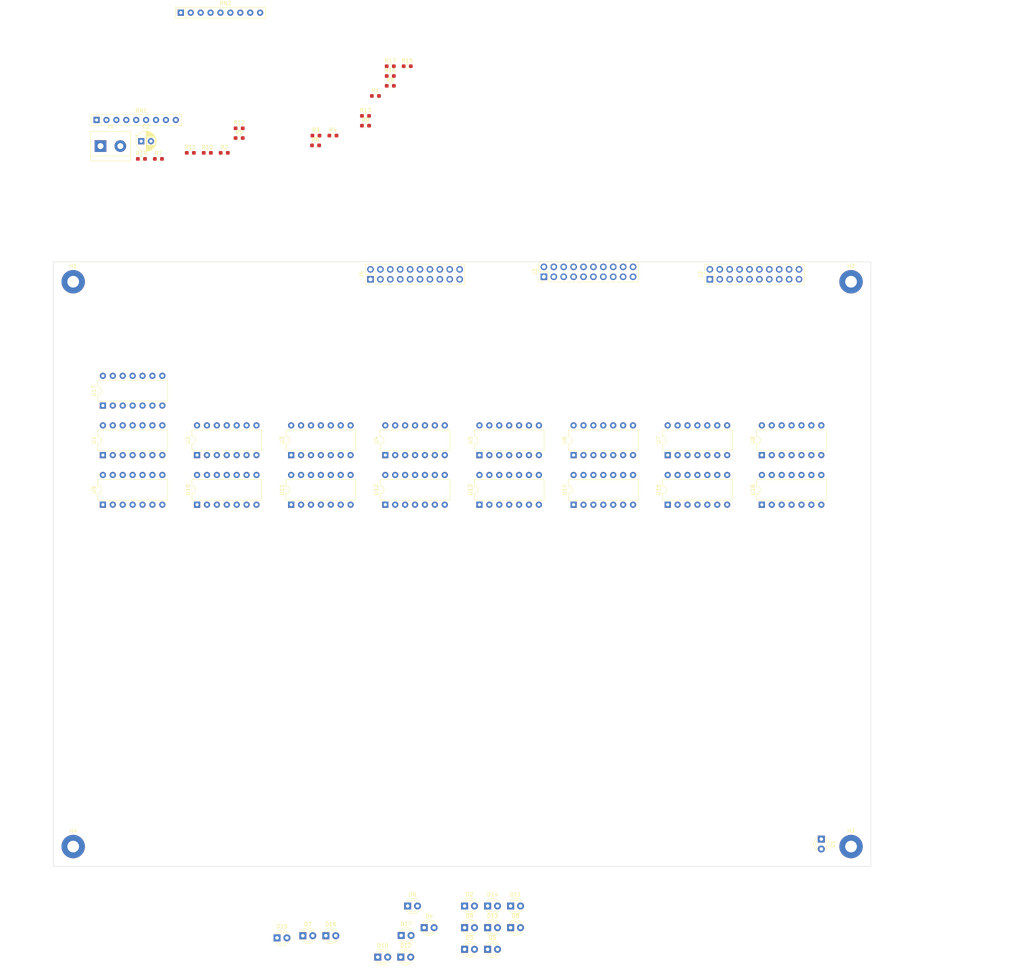
<source format=kicad_pcb>
(kicad_pcb (version 20211014) (generator pcbnew)
  (layers (0 "F.Cu" signal) (31 "B.Cu" signal) (34 "B.Paste" user) (35 "F.Paste" user) (36 "B.SilkS" user "B.Silkscreen") (37 "F.SilkS" user "F.Silkscreen") (38 "B.Mask" user) (39 "F.Mask" user) (44 "Edge.Cuts" user))
  (net 0 "")
  (net 1 "VCC")
  (net 2 "GND")
  (net 3 "Net-(D1-Pad1)")
  (net 4 "/Acc0/Q")
  (net 5 "Net-(D2-Pad1)")
  (net 6 "/Acc1/Q")
  (net 7 "Net-(D3-Pad1)")
  (net 8 "/Acc2/Q")
  (net 9 "Net-(D4-Pad1)")
  (net 10 "/Acc3/Q")
  (net 11 "Net-(D5-Pad1)")
  (net 12 "/Acc4/Q")
  (net 13 "Net-(D6-Pad1)")
  (net 14 "/Acc5/Q")
  (net 15 "Net-(D7-Pad1)")
  (net 16 "/Acc6/Q")
  (net 17 "Net-(D8-Pad1)")
  (net 18 "/Acc7/Q")
  (net 19 "Net-(D9-Pad1)")
  (net 20 "/Acc8/Q")
  (net 21 "Net-(D10-Pad1)")
  (net 22 "/Acc9/Q")
  (net 23 "Net-(D11-Pad1)")
  (net 24 "/Acc10/Q")
  (net 25 "Net-(D12-Pad1)")
  (net 26 "/Acc11/Q")
  (net 27 "Net-(D13-Pad1)")
  (net 28 "/Acc12/Q")
  (net 29 "Net-(D14-Pad1)")
  (net 30 "/Acc13/Q")
  (net 31 "Net-(D15-Pad1)")
  (net 32 "/Acc14/Q")
  (net 33 "Net-(D16-Pad1)")
  (net 34 "/Acc15/Q")
  (net 35 "Net-(D17-Pad1)")
  (net 38 "OUT7")
  (net 39 "OUT6")
  (net 40 "OUT5")
  (net 41 "OUT4")
  (net 42 "OUT3")
  (net 43 "OUT2")
  (net 44 "OUT1")
  (net 45 "OUT0")
  (net 48 "OUT15")
  (net 49 "OUT14")
  (net 50 "OUT13")
  (net 51 "OUT12")
  (net 52 "OUT11")
  (net 53 "OUT10")
  (net 54 "OUT9")
  (net 55 "OUT8")
  (net 56 "phi2")
  (net 60 "AccIN7")
  (net 61 "AccIN15")
  (net 62 "AccIN6")
  (net 63 "AccIN14")
  (net 64 "AccIN5")
  (net 65 "AccIN13")
  (net 66 "AccIN4")
  (net 67 "AccIN12")
  (net 68 "AccIN3")
  (net 69 "AccIN11")
  (net 70 "AccIN2")
  (net 71 "AccIN10")
  (net 72 "AccIN1")
  (net 73 "AccIN9")
  (net 74 "AccIN0")
  (net 75 "AccIN8")
  (net 76 "/Acc1/Gate")
  (net 77 "Net-(U1-Pad12)")
  (net 78 "Net-(U1-Pad6)")
  (net 79 "Net-(U1-Pad13)")
  (net 80 "Net-(U2-Pad12)")
  (net 81 "Net-(U2-Pad6)")
  (net 82 "Net-(U2-Pad13)")
  (net 83 "Net-(U3-Pad12)")
  (net 84 "Net-(U3-Pad6)")
  (net 85 "Net-(U3-Pad13)")
  (net 86 "Net-(U4-Pad12)")
  (net 87 "Net-(U4-Pad6)")
  (net 88 "Net-(U4-Pad13)")
  (net 89 "Net-(U5-Pad12)")
  (net 90 "Net-(U5-Pad6)")
  (net 91 "Net-(U5-Pad13)")
  (net 92 "Net-(U6-Pad12)")
  (net 93 "Net-(U6-Pad6)")
  (net 94 "Net-(U6-Pad13)")
  (net 95 "Net-(U7-Pad12)")
  (net 96 "Net-(U7-Pad6)")
  (net 97 "Net-(U7-Pad13)")
  (net 98 "Net-(U8-Pad12)")
  (net 99 "Net-(U8-Pad6)")
  (net 100 "Net-(U8-Pad13)")
  (net 101 "/Acc0/Gate")
  (net 102 "Net-(U9-Pad12)")
  (net 103 "Net-(U9-Pad6)")
  (net 104 "Net-(U9-Pad13)")
  (net 105 "Net-(U10-Pad12)")
  (net 106 "Net-(U10-Pad6)")
  (net 107 "Net-(U10-Pad13)")
  (net 108 "Net-(U11-Pad12)")
  (net 109 "Net-(U11-Pad6)")
  (net 110 "Net-(U11-Pad13)")
  (net 111 "Net-(U12-Pad12)")
  (net 112 "Net-(U12-Pad6)")
  (net 113 "Net-(U12-Pad13)")
  (net 114 "Net-(U13-Pad12)")
  (net 115 "Net-(U13-Pad6)")
  (net 116 "Net-(U13-Pad13)")
  (net 117 "Net-(U14-Pad12)")
  (net 118 "Net-(U14-Pad6)")
  (net 119 "Net-(U14-Pad13)")
  (net 120 "Net-(U15-Pad12)")
  (net 121 "Net-(U15-Pad6)")
  (net 122 "Net-(U15-Pad13)")
  (net 123 "Net-(U16-Pad12)")
  (net 124 "Net-(U16-Pad6)")
  (net 125 "Net-(U16-Pad13)")
  (net 126 "Net-(U17-Pad10)")
  (footprint "Package_DIP:DIP-14_W7.62mm" (layer "F.Cu") (at 227.325 81.905 90)
    (fp_text reference "U8" (at 3.81 -2.33 90) (layer "F.SilkS"))
    (fp_text value "CD74HC00")
    (pad "1" thru_hole rect (at 0 0 90) (size 1.6 1.6) (drill 0.8) (layers *.Cu *.Mask) (net 72 "AccIN1"))
    (pad "2" thru_hole oval (at 0 2.54 90) (size 1.6 1.6) (drill 0.8) (layers *.Cu *.Mask) (net 76 "/Acc1/Gate"))
    (pad "3" thru_hole oval (at 0 5.08 90) (size 1.6 1.6) (drill 0.8) (layers *.Cu *.Mask) (net 98 "Net-(U8-Pad12)"))
    (pad "4" thru_hole oval (at 0 7.62 90) (size 1.6 1.6) (drill 0.8) (layers *.Cu *.Mask) (net 98 "Net-(U8-Pad12)"))
    (pad "5" thru_hole oval (at 0 10.16 90) (size 1.6 1.6) (drill 0.8) (layers *.Cu *.Mask) (net 76 "/Acc1/Gate"))
    (pad "6" thru_hole oval (at 0 12.7 90) (size 1.6 1.6) (drill 0.8) (layers *.Cu *.Mask) (net 99 "Net-(U8-Pad6)"))
    (pad "7" thru_hole oval (at 0 15.24 90) (size 1.6 1.6) (drill 0.8) (layers *.Cu *.Mask) (net 2 "GND"))
    (pad "8" thru_hole oval (at 7.62 15.24 90) (size 1.6 1.6) (drill 0.8) (layers *.Cu *.Mask) (net 100 "Net-(U8-Pad13)"))
    (pad "9" thru_hole oval (at 7.62 12.7 90) (size 1.6 1.6) (drill 0.8) (layers *.Cu *.Mask) (net 99 "Net-(U8-Pad6)"))
    (pad "10" thru_hole oval (at 7.62 10.16 90) (size 1.6 1.6) (drill 0.8) (layers *.Cu *.Mask) (net 6 "/Acc1/Q"))
    (pad "11" thru_hole oval (at 7.62 7.62 90) (size 1.6 1.6) (drill 0.8) (layers *.Cu *.Mask) (net 6 "/Acc1/Q"))
    (pad "12" thru_hole oval (at 7.62 5.08 90) (size 1.6 1.6) (drill 0.8) (layers *.Cu *.Mask) (net 98 "Net-(U8-Pad12)"))
    (pad "13" thru_hole oval (at 7.62 2.54 90) (size 1.6 1.6) (drill 0.8) (layers *.Cu *.Mask) (net 100 "Net-(U8-Pad13)"))
    (pad "14" thru_hole oval (at 7.62 0 90) (size 1.6 1.6) (drill 0.8) (layers *.Cu *.Mask) (net 1 "VCC"))
  )
  (footprint "Resistor_SMD:R_0603_1608Metric_Pad0.98x0.95mm_HandSolder" (layer "F.Cu") (at 112.93 2.51)
    (fp_text reference "R6" (at 0 -1.43) (layer "F.SilkS"))
    (fp_text value "R")
    (pad "1" smd roundrect (at -0.9125 0) (size 0.975 0.95) (layers "F.Cu" "F.Paste" "F.Mask") (net 14 "/Acc5/Q"))
    (pad "2" smd roundrect (at 0.9125 0) (size 0.975 0.95) (layers "F.Cu" "F.Paste" "F.Mask") (net 40 "OUT5"))
  )
  (footprint "Package_DIP:DIP-14_W7.62mm" (layer "F.Cu") (at 203.195 81.905 90)
    (fp_text reference "U7" (at 3.81 -2.33 90) (layer "F.SilkS"))
    (fp_text value "CD74HC00")
    (pad "1" thru_hole rect (at 0 0 90) (size 1.6 1.6) (drill 0.8) (layers *.Cu *.Mask) (net 68 "AccIN3"))
    (pad "2" thru_hole oval (at 0 2.54 90) (size 1.6 1.6) (drill 0.8) (layers *.Cu *.Mask) (net 76 "/Acc1/Gate"))
    (pad "3" thru_hole oval (at 0 5.08 90) (size 1.6 1.6) (drill 0.8) (layers *.Cu *.Mask) (net 95 "Net-(U7-Pad12)"))
    (pad "4" thru_hole oval (at 0 7.62 90) (size 1.6 1.6) (drill 0.8) (layers *.Cu *.Mask) (net 95 "Net-(U7-Pad12)"))
    (pad "5" thru_hole oval (at 0 10.16 90) (size 1.6 1.6) (drill 0.8) (layers *.Cu *.Mask) (net 76 "/Acc1/Gate"))
    (pad "6" thru_hole oval (at 0 12.7 90) (size 1.6 1.6) (drill 0.8) (layers *.Cu *.Mask) (net 96 "Net-(U7-Pad6)"))
    (pad "7" thru_hole oval (at 0 15.24 90) (size 1.6 1.6) (drill 0.8) (layers *.Cu *.Mask) (net 2 "GND"))
    (pad "8" thru_hole oval (at 7.62 15.24 90) (size 1.6 1.6) (drill 0.8) (layers *.Cu *.Mask) (net 97 "Net-(U7-Pad13)"))
    (pad "9" thru_hole oval (at 7.62 12.7 90) (size 1.6 1.6) (drill 0.8) (layers *.Cu *.Mask) (net 96 "Net-(U7-Pad6)"))
    (pad "10" thru_hole oval (at 7.62 10.16 90) (size 1.6 1.6) (drill 0.8) (layers *.Cu *.Mask) (net 10 "/Acc3/Q"))
    (pad "11" thru_hole oval (at 7.62 7.62 90) (size 1.6 1.6) (drill 0.8) (layers *.Cu *.Mask) (net 10 "/Acc3/Q"))
    (pad "12" thru_hole oval (at 7.62 5.08 90) (size 1.6 1.6) (drill 0.8) (layers *.Cu *.Mask) (net 95 "Net-(U7-Pad12)"))
    (pad "13" thru_hole oval (at 7.62 2.54 90) (size 1.6 1.6) (drill 0.8) (layers *.Cu *.Mask) (net 97 "Net-(U7-Pad13)"))
    (pad "14" thru_hole oval (at 7.62 0 90) (size 1.6 1.6) (drill 0.8) (layers *.Cu *.Mask) (net 1 "VCC"))
  )
  (footprint "Connector_PinHeader_2.54mm:PinHeader_2x10_P2.54mm_Vertical" (layer "F.Cu") (at 214 36.835 90)
    (fp_text reference "J2" (at 1.27 -2.33 90) (layer "F.SilkS"))
    (fp_text value "Conn_02x10_Counter_Clockwise")
    (pad "1" thru_hole rect (at 0 0 90) (size 1.7 1.7) (drill 1) (layers *.Cu *.Mask))
    (pad "2" thru_hole oval (at 2.54 0 90) (size 1.7 1.7) (drill 1) (layers *.Cu *.Mask) (net 2 "GND"))
    (pad "3" thru_hole oval (at 0 2.54 90) (size 1.7 1.7) (drill 1) (layers *.Cu *.Mask))
    (pad "4" thru_hole oval (at 2.54 2.54 90) (size 1.7 1.7) (drill 1) (layers *.Cu *.Mask) (net 2 "GND"))
    (pad "5" thru_hole oval (at 0 5.08 90) (size 1.7 1.7) (drill 1) (layers *.Cu *.Mask) (net 38 "OUT7"))
    (pad "6" thru_hole oval (at 2.54 5.08 90) (size 1.7 1.7) (drill 1) (layers *.Cu *.Mask) (net 2 "GND"))
    (pad "7" thru_hole oval (at 0 7.62 90) (size 1.7 1.7) (drill 1) (layers *.Cu *.Mask) (net 39 "OUT6"))
    (pad "8" thru_hole oval (at 2.54 7.62 90) (size 1.7 1.7) (drill 1) (layers *.Cu *.Mask) (net 2 "GND"))
    (pad "9" thru_hole oval (at 0 10.16 90) (size 1.7 1.7) (drill 1) (layers *.Cu *.Mask) (net 40 "OUT5"))
    (pad "10" thru_hole oval (at 2.54 10.16 90) (size 1.7 1.7) (drill 1) (layers *.Cu *.Mask) (net 2 "GND"))
    (pad "11" thru_hole oval (at 0 12.7 90) (size 1.7 1.7) (drill 1) (layers *.Cu *.Mask) (net 41 "OUT4"))
    (pad "12" thru_hole oval (at 2.54 12.7 90) (size 1.7 1.7) (drill 1) (layers *.Cu *.Mask) (net 2 "GND"))
    (pad "13" thru_hole oval (at 0 15.24 90) (size 1.7 1.7) (drill 1) (layers *.Cu *.Mask) (net 42 "OUT3"))
    (pad "14" thru_hole oval (at 2.54 15.24 90) (size 1.7 1.7) (drill 1) (layers *.Cu *.Mask) (net 2 "GND"))
    (pad "15" thru_hole oval (at 0 17.78 90) (size 1.7 1.7) (drill 1) (layers *.Cu *.Mask) (net 43 "OUT2"))
    (pad "16" thru_hole oval (at 2.54 17.78 90) (size 1.7 1.7) (drill 1) (layers *.Cu *.Mask) (net 2 "GND"))
    (pad "17" thru_hole oval (at 0 20.32 90) (size 1.7 1.7) (drill 1) (layers *.Cu *.Mask) (net 44 "OUT1"))
    (pad "18" thru_hole oval (at 2.54 20.32 90) (size 1.7 1.7) (drill 1) (layers *.Cu *.Mask) (net 2 "GND"))
    (pad "19" thru_hole oval (at 0 22.86 90) (size 1.7 1.7) (drill 1) (layers *.Cu *.Mask) (net 45 "OUT0"))
    (pad "20" thru_hole oval (at 2.54 22.86 90) (size 1.7 1.7) (drill 1) (layers *.Cu *.Mask) (net 2 "GND"))
  )
  (footprint "LED_THT:LED_D3.0mm" (layer "F.Cu") (at 134.875 205.035)
    (fp_text reference "D17" (at 1.27 -2.96) (layer "F.SilkS"))
    (fp_text value "LED")
    (pad "1" thru_hole rect (at 0 0) (size 1.8 1.8) (drill 0.9) (layers *.Cu *.Mask) (net 35 "Net-(D17-Pad1)"))
    (pad "2" thru_hole circle (at 2.54 0) (size 1.8 1.8) (drill 0.9) (layers *.Cu *.Mask) (net 1 "VCC"))
  )
  (footprint "LED_THT:LED_D3.0mm" (layer "F.Cu") (at 109.67 205.105)
    (fp_text reference "D7" (at 1.27 -2.96) (layer "F.SilkS"))
    (fp_text value "LED")
    (pad "1" thru_hole rect (at 0 0) (size 1.8 1.8) (drill 0.9) (layers *.Cu *.Mask) (net 15 "Net-(D7-Pad1)"))
    (pad "2" thru_hole circle (at 2.54 0) (size 1.8 1.8) (drill 0.9) (layers *.Cu *.Mask) (net 16 "/Acc6/Q"))
  )
  (footprint "Package_DIP:DIP-14_W7.62mm" (layer "F.Cu") (at 58.415 94.615 90)
    (fp_text reference "U9" (at 3.81 -2.33 90) (layer "F.SilkS"))
    (fp_text value "CD74HC00")
    (pad "1" thru_hole rect (at 0 0 90) (size 1.6 1.6) (drill 0.8) (layers *.Cu *.Mask) (net 63 "AccIN14"))
    (pad "2" thru_hole oval (at 0 2.54 90) (size 1.6 1.6) (drill 0.8) (layers *.Cu *.Mask) (net 101 "/Acc0/Gate"))
    (pad "3" thru_hole oval (at 0 5.08 90) (size 1.6 1.6) (drill 0.8) (layers *.Cu *.Mask) (net 102 "Net-(U9-Pad12)"))
    (pad "4" thru_hole oval (at 0 7.62 90) (size 1.6 1.6) (drill 0.8) (layers *.Cu *.Mask) (net 102 "Net-(U9-Pad12)"))
    (pad "5" thru_hole oval (at 0 10.16 90) (size 1.6 1.6) (drill 0.8) (layers *.Cu *.Mask) (net 101 "/Acc0/Gate"))
    (pad "6" thru_hole oval (at 0 12.7 90) (size 1.6 1.6) (drill 0.8) (layers *.Cu *.Mask) (net 103 "Net-(U9-Pad6)"))
    (pad "7" thru_hole oval (at 0 15.24 90) (size 1.6 1.6) (drill 0.8) (layers *.Cu *.Mask) (net 2 "GND"))
    (pad "8" thru_hole oval (at 7.62 15.24 90) (size 1.6 1.6) (drill 0.8) (layers *.Cu *.Mask) (net 104 "Net-(U9-Pad13)"))
    (pad "9" thru_hole oval (at 7.62 12.7 90) (size 1.6 1.6) (drill 0.8) (layers *.Cu *.Mask) (net 103 "Net-(U9-Pad6)"))
    (pad "10" thru_hole oval (at 7.62 10.16 90) (size 1.6 1.6) (drill 0.8) (layers *.Cu *.Mask) (net 32 "/Acc14/Q"))
    (pad "11" thru_hole oval (at 7.62 7.62 90) (size 1.6 1.6) (drill 0.8) (layers *.Cu *.Mask) (net 32 "/Acc14/Q"))
    (pad "12" thru_hole oval (at 7.62 5.08 90) (size 1.6 1.6) (drill 0.8) (layers *.Cu *.Mask) (net 102 "Net-(U9-Pad12)"))
    (pad "13" thru_hole oval (at 7.62 2.54 90) (size 1.6 1.6) (drill 0.8) (layers *.Cu *.Mask) (net 104 "Net-(U9-Pad13)"))
    (pad "14" thru_hole oval (at 7.62 0 90) (size 1.6 1.6) (drill 0.8) (layers *.Cu *.Mask) (net 1 "VCC"))
  )
  (footprint "Resistor_SMD:R_0603_1608Metric_Pad0.98x0.95mm_HandSolder" (layer "F.Cu") (at 113.03 0)
    (fp_text reference "R3" (at 0 -1.43) (layer "F.SilkS"))
    (fp_text value "R")
    (pad "1" smd roundrect (at -0.9125 0) (size 0.975 0.95) (layers "F.Cu" "F.Paste" "F.Mask") (net 8 "/Acc2/Q"))
    (pad "2" smd roundrect (at 0.9125 0) (size 0.975 0.95) (layers "F.Cu" "F.Paste" "F.Mask") (net 43 "OUT2"))
  )
  (footprint "Package_DIP:DIP-14_W7.62mm" (layer "F.Cu") (at 130.805 94.615 90)
    (fp_text reference "U12" (at 3.81 -2.33 90) (layer "F.SilkS"))
    (fp_text value "CD74HC00")
    (pad "1" thru_hole rect (at 0 0 90) (size 1.6 1.6) (drill 0.8) (layers *.Cu *.Mask) (net 75 "AccIN8"))
    (pad "2" thru_hole oval (at 0 2.54 90) (size 1.6 1.6) (drill 0.8) (layers *.Cu *.Mask) (net 101 "/Acc0/Gate"))
    (pad "3" thru_hole oval (at 0 5.08 90) (size 1.6 1.6) (drill 0.8) (layers *.Cu *.Mask) (net 111 "Net-(U12-Pad12)"))
    (pad "4" thru_hole oval (at 0 7.62 90) (size 1.6 1.6) (drill 0.8) (layers *.Cu *.Mask) (net 111 "Net-(U12-Pad12)"))
    (pad "5" thru_hole oval (at 0 10.16 90) (size 1.6 1.6) (drill 0.8) (layers *.Cu *.Mask) (net 101 "/Acc0/Gate"))
    (pad "6" thru_hole oval (at 0 12.7 90) (size 1.6 1.6) (drill 0.8) (layers *.Cu *.Mask) (net 112 "Net-(U12-Pad6)"))
    (pad "7" thru_hole oval (at 0 15.24 90) (size 1.6 1.6) (drill 0.8) (layers *.Cu *.Mask) (net 2 "GND"))
    (pad "8" thru_hole oval (at 7.62 15.24 90) (size 1.6 1.6) (drill 0.8) (layers *.Cu *.Mask) (net 113 "Net-(U12-Pad13)"))
    (pad "9" thru_hole oval (at 7.62 12.7 90) (size 1.6 1.6) (drill 0.8) (layers *.Cu *.Mask) (net 112 "Net-(U12-Pad6)"))
    (pad "10" thru_hole oval (at 7.62 10.16 90) (size 1.6 1.6) (drill 0.8) (layers *.Cu *.Mask) (net 20 "/Acc8/Q"))
    (pad "11" thru_hole oval (at 7.62 7.62 90) (size 1.6 1.6) (drill 0.8) (layers *.Cu *.Mask) (net 20 "/Acc8/Q"))
    (pad "12" thru_hole oval (at 7.62 5.08 90) (size 1.6 1.6) (drill 0.8) (layers *.Cu *.Mask) (net 111 "Net-(U12-Pad12)"))
    (pad "13" thru_hole oval (at 7.62 2.54 90) (size 1.6 1.6) (drill 0.8) (layers *.Cu *.Mask) (net 113 "Net-(U12-Pad13)"))
    (pad "14" thru_hole oval (at 7.62 0 90) (size 1.6 1.6) (drill 0.8) (layers *.Cu *.Mask) (net 1 "VCC"))
  )
  (footprint "LED_THT:LED_D3.0mm" (layer "F.Cu") (at 128.875 210.585)
    (fp_text reference "D10" (at 1.27 -2.96) (layer "F.SilkS"))
    (fp_text value "LED")
    (pad "1" thru_hole rect (at 0 0) (size 1.8 1.8) (drill 0.9) (layers *.Cu *.Mask) (net 21 "Net-(D10-Pad1)"))
    (pad "2" thru_hole circle (at 2.54 0) (size 1.8 1.8) (drill 0.9) (layers *.Cu *.Mask) (net 22 "/Acc9/Q"))
  )
  (footprint "Resistor_SMD:R_0603_1608Metric_Pad0.98x0.95mm_HandSolder" (layer "F.Cu") (at 68.295 5.975)
    (fp_text reference "R14" (at 0 -1.43) (layer "F.SilkS"))
    (fp_text value "R")
    (pad "1" smd roundrect (at -0.9125 0) (size 0.975 0.95) (layers "F.Cu" "F.Paste" "F.Mask") (net 30 "/Acc13/Q"))
    (pad "2" smd roundrect (at 0.9125 0) (size 0.975 0.95) (layers "F.Cu" "F.Paste" "F.Mask") (net 50 "OUT13"))
  )
  (footprint "Resistor_SMD:R_0603_1608Metric_Pad0.98x0.95mm_HandSolder" (layer "F.Cu") (at 132.08 -17.78)
    (fp_text reference "R17" (at 0 -1.43) (layer "F.SilkS"))
    (fp_text value "R")
    (pad "1" smd roundrect (at -0.9125 0) (size 0.975 0.95) (layers "F.Cu" "F.Paste" "F.Mask") (net 35 "Net-(D17-Pad1)"))
    (pad "2" smd roundrect (at 0.9125 0) (size 0.975 0.95) (layers "F.Cu" "F.Paste" "F.Mask") (net 2 "GND"))
  )
  (footprint "LED_THT:LED_D3.0mm" (layer "F.Cu") (at 162.93 203.035)
    (fp_text reference "D8" (at 1.27 -2.96) (layer "F.SilkS"))
    (fp_text value "LED")
    (pad "1" thru_hole rect (at 0 0) (size 1.8 1.8) (drill 0.9) (layers *.Cu *.Mask) (net 17 "Net-(D8-Pad1)"))
    (pad "2" thru_hole circle (at 2.54 0) (size 1.8 1.8) (drill 0.9) (layers *.Cu *.Mask) (net 18 "/Acc7/Q"))
  )
  (footprint "LED_THT:LED_D3.0mm" (layer "F.Cu") (at 151.13 208.585)
    (fp_text reference "D3" (at 1.27 -2.96) (layer "F.SilkS"))
    (fp_text value "LED")
    (pad "1" thru_hole rect (at 0 0) (size 1.8 1.8) (drill 0.9) (layers *.Cu *.Mask) (net 7 "Net-(D3-Pad1)"))
    (pad "2" thru_hole circle (at 2.54 0) (size 1.8 1.8) (drill 0.9) (layers *.Cu *.Mask) (net 8 "/Acc2/Q"))
  )
  (footprint "MountingHole:MountingHole_3mm_Pad" (layer "F.Cu") (at 250.19 37.465)
    (fp_text reference "H2" (at 0 -4) (layer "F.SilkS"))
    (fp_text value "MountingHole_Pad")
    (pad "1" thru_hole circle (at 0 0) (size 6 6) (drill 3) (layers *.Cu *.Mask) (net 2 "GND"))
  )
  (footprint "LED_THT:LED_D3.0mm" (layer "F.Cu") (at 157.03 208.585)
    (fp_text reference "D5" (at 1.27 -2.96) (layer "F.SilkS"))
    (fp_text value "LED")
    (pad "1" thru_hole rect (at 0 0) (size 1.8 1.8) (drill 0.9) (layers *.Cu *.Mask) (net 11 "Net-(D5-Pad1)"))
    (pad "2" thru_hole circle (at 2.54 0) (size 1.8 1.8) (drill 0.9) (layers *.Cu *.Mask) (net 12 "/Acc4/Q"))
  )
  (footprint "LED_THT:LED_D3.0mm" (layer "F.Cu") (at 103.05 205.655)
    (fp_text reference "D15" (at 1.27 -2.96) (layer "F.SilkS"))
    (fp_text value "LED")
    (pad "1" thru_hole rect (at 0 0) (size 1.8 1.8) (drill 0.9) (layers *.Cu *.Mask) (net 31 "Net-(D15-Pad1)"))
    (pad "2" thru_hole circle (at 2.54 0) (size 1.8 1.8) (drill 0.9) (layers *.Cu *.Mask) (net 32 "/Acc14/Q"))
  )
  (footprint "LED_THT:LED_D3.0mm" (layer "F.Cu") (at 151.13 197.485)
    (fp_text reference "D2" (at 1.27 -2.96) (layer "F.SilkS"))
    (fp_text value "LED")
    (pad "1" thru_hole rect (at 0 0) (size 1.8 1.8) (drill 0.9) (layers *.Cu *.Mask) (net 5 "Net-(D2-Pad1)"))
    (pad "2" thru_hole circle (at 2.54 0) (size 1.8 1.8) (drill 0.9) (layers *.Cu *.Mask) (net 6 "/Acc1/Q"))
  )
  (footprint "Resistor_SMD:R_0603_1608Metric_Pad0.98x0.95mm_HandSolder" (layer "F.Cu") (at 125.73 -2.54)
    (fp_text reference "R9" (at 0 -1.43) (layer "F.SilkS"))
    (fp_text value "R")
    (pad "1" smd roundrect (at -0.9125 0) (size 0.975 0.95) (layers "F.Cu" "F.Paste" "F.Mask") (net 20 "/Acc8/Q"))
    (pad "2" smd roundrect (at 0.9125 0) (size 0.975 0.95) (layers "F.Cu" "F.Paste" "F.Mask") (net 55 "OUT8"))
  )
  (footprint "LED_THT:LED_D3.0mm" (layer "F.Cu") (at 134.775 210.585)
    (fp_text reference "D12" (at 1.27 -2.96) (layer "F.SilkS"))
    (fp_text value "LED")
    (pad "1" thru_hole rect (at 0 0) (size 1.8 1.8) (drill 0.9) (layers *.Cu *.Mask) (net 25 "Net-(D12-Pad1)"))
    (pad "2" thru_hole circle (at 2.54 0) (size 1.8 1.8) (drill 0.9) (layers *.Cu *.Mask) (net 26 "/Acc11/Q"))
  )
  (footprint "Package_DIP:DIP-14_W7.62mm" (layer "F.Cu") (at 227.33 94.625 90)
    (fp_text reference "U16" (at 3.81 -2.33 90) (layer "F.SilkS"))
    (fp_text value "CD74HC00")
    (pad "1" thru_hole rect (at 0 0 90) (size 1.6 1.6) (drill 0.8) (layers *.Cu *.Mask) (net 74 "AccIN0"))
    (pad "2" thru_hole oval (at 0 2.54 90) (size 1.6 1.6) (drill 0.8) (layers *.Cu *.Mask) (net 101 "/Acc0/Gate"))
    (pad "3" thru_hole oval (at 0 5.08 90) (size 1.6 1.6) (drill 0.8) (layers *.Cu *.Mask) (net 123 "Net-(U16-Pad12)"))
    (pad "4" thru_hole oval (at 0 7.62 90) (size 1.6 1.6) (drill 0.8) (layers *.Cu *.Mask) (net 123 "Net-(U16-Pad12)"))
    (pad "5" thru_hole oval (at 0 10.16 90) (size 1.6 1.6) (drill 0.8) (layers *.Cu *.Mask) (net 101 "/Acc0/Gate"))
    (pad "6" thru_hole oval (at 0 12.7 90) (size 1.6 1.6) (drill 0.8) (layers *.Cu *.Mask) (net 124 "Net-(U16-Pad6)"))
    (pad "7" thru_hole oval (at 0 15.24 90) (size 1.6 1.6) (drill 0.8) (layers *.Cu *.Mask) (net 2 "GND"))
    (pad "8" thru_hole oval (at 7.62 15.24 90) (size 1.6 1.6) (drill 0.8) (layers *.Cu *.Mask) (net 125 "Net-(U16-Pad13)"))
    (pad "9" thru_hole oval (at 7.62 12.7 90) (size 1.6 1.6) (drill 0.8) (layers *.Cu *.Mask) (net 124 "Net-(U16-Pad6)"))
    (pad "10" thru_hole oval (at 7.62 10.16 90) (size 1.6 1.6) (drill 0.8) (layers *.Cu *.Mask) (net 4 "/Acc0/Q"))
    (pad "11" thru_hole oval (at 7.62 7.62 90) (size 1.6 1.6) (drill 0.8) (layers *.Cu *.Mask) (net 4 "/Acc0/Q"))
    (pad "12" thru_hole oval (at 7.62 5.08 90) (size 1.6 1.6) (drill 0.8) (layers *.Cu *.Mask) (net 123 "Net-(U16-Pad12)"))
    (pad "13" thru_hole oval (at 7.62 2.54 90) (size 1.6 1.6) (drill 0.8) (layers *.Cu *.Mask) (net 125 "Net-(U16-Pad13)"))
    (pad "14" thru_hole oval (at 7.62 0 90) (size 1.6 1.6) (drill 0.8) (layers *.Cu *.Mask) (net 1 "VCC"))
  )
  (footprint "Resistor_SMD:R_0603_1608Metric_Pad0.98x0.95mm_HandSolder" (layer "F.Cu") (at 89.525 4.425)
    (fp_text reference "R2" (at 0 -1.43) (layer "F.SilkS"))
    (fp_text value "R")
    (pad "1" smd roundrect (at -0.9125 0) (size 0.975 0.95) (layers "F.Cu" "F.Paste" "F.Mask") (net 6 "/Acc1/Q"))
    (pad "2" smd roundrect (at 0.9125 0) (size 0.975 0.95) (layers "F.Cu" "F.Paste" "F.Mask") (net 44 "OUT1"))
  )
  (footprint "Package_DIP:DIP-14_W7.62mm" (layer "F.Cu") (at 106.675 94.615 90)
    (fp_text reference "U11" (at 3.81 -2.33 90) (layer "F.SilkS"))
    (fp_text value "CD74HC00")
    (pad "1" thru_hole rect (at 0 0 90) (size 1.6 1.6) (drill 0.8) (layers *.Cu *.Mask) (net 71 "AccIN10"))
    (pad "2" thru_hole oval (at 0 2.54 90) (size 1.6 1.6) (drill 0.8) (layers *.Cu *.Mask) (net 101 "/Acc0/Gate"))
    (pad "3" thru_hole oval (at 0 5.08 90) (size 1.6 1.6) (drill 0.8) (layers *.Cu *.Mask) (net 108 "Net-(U11-Pad12)"))
    (pad "4" thru_hole oval (at 0 7.62 90) (size 1.6 1.6) (drill 0.8) (layers *.Cu *.Mask) (net 108 "Net-(U11-Pad12)"))
    (pad "5" thru_hole oval (at 0 10.16 90) (size 1.6 1.6) (drill 0.8) (layers *.Cu *.Mask) (net 101 "/Acc0/Gate"))
    (pad "6" thru_hole oval (at 0 12.7 90) (size 1.6 1.6) (drill 0.8) (layers *.Cu *.Mask) (net 109 "Net-(U11-Pad6)"))
    (pad "7" thru_hole oval (at 0 15.24 90) (size 1.6 1.6) (drill 0.8) (layers *.Cu *.Mask) (net 2 "GND"))
    (pad "8" thru_hole oval (at 7.62 15.24 90) (size 1.6 1.6) (drill 0.8) (layers *.Cu *.Mask) (net 110 "Net-(U11-Pad13)"))
    (pad "9" thru_hole oval (at 7.62 12.7 90) (size 1.6 1.6) (drill 0.8) (layers *.Cu *.Mask) (net 109 "Net-(U11-Pad6)"))
    (pad "10" thru_hole oval (at 7.62 10.16 90) (size 1.6 1.6) (drill 0.8) (layers *.Cu *.Mask) (net 24 "/Acc10/Q"))
    (pad "11" thru_hole oval (at 7.62 7.62 90) (size 1.6 1.6) (drill 0.8) (layers *.Cu *.Mask) (net 24 "/Acc10/Q"))
    (pad "12" thru_hole oval (at 7.62 5.08 90) (size 1.6 1.6) (drill 0.8) (layers *.Cu *.Mask) (net 108 "Net-(U11-Pad12)"))
    (pad "13" thru_hole oval (at 7.62 2.54 90) (size 1.6 1.6) (drill 0.8) (layers *.Cu *.Mask) (net 110 "Net-(U11-Pad13)"))
    (pad "14" thru_hole oval (at 7.62 0 90) (size 1.6 1.6) (drill 0.8) (layers *.Cu *.Mask) (net 1 "VCC"))
  )
  (footprint "Resistor_SMD:R_0603_1608Metric_Pad0.98x0.95mm_HandSolder" (layer "F.Cu") (at 93.345 -1.875)
    (fp_text reference "R12" (at 0 -1.43) (layer "F.SilkS"))
    (fp_text value "R")
    (pad "1" smd roundrect (at -0.9125 0) (size 0.975 0.95) (layers "F.Cu" "F.Paste" "F.Mask") (net 26 "/Acc11/Q"))
    (pad "2" smd roundrect (at 0.9125 0) (size 0.975 0.95) (layers "F.Cu" "F.Paste" "F.Mask") (net 52 "OUT11"))
  )
  (footprint "Capacitor_THT:CP_Radial_D5.0mm_P2.50mm" (layer "F.Cu") (at 68.234775 1.445)
    (fp_text reference "C1" (at 1.25 -3.75) (layer "F.SilkS"))
    (fp_text value "C_Polarized")
    (pad "1" thru_hole rect (at 0 0) (size 1.6 1.6) (drill 0.8) (layers *.Cu *.Mask) (net 1 "VCC"))
    (pad "2" thru_hole circle (at 2.5 0) (size 1.6 1.6) (drill 0.8) (layers *.Cu *.Mask) (net 2 "GND"))
  )
  (footprint "Package_DIP:DIP-14_W7.62mm" (layer "F.Cu") (at 179.07 94.625 90)
    (fp_text reference "U14" (at 3.81 -2.33 90) (layer "F.SilkS"))
    (fp_text value "CD74HC00")
    (pad "1" thru_hole rect (at 0 0 90) (size 1.6 1.6) (drill 0.8) (layers *.Cu *.Mask) (net 66 "AccIN4"))
    (pad "2" thru_hole oval (at 0 2.54 90) (size 1.6 1.6) (drill 0.8) (layers *.Cu *.Mask) (net 101 "/Acc0/Gate"))
    (pad "3" thru_hole oval (at 0 5.08 90) (size 1.6 1.6) (drill 0.8) (layers *.Cu *.Mask) (net 117 "Net-(U14-Pad12)"))
    (pad "4" thru_hole oval (at 0 7.62 90) (size 1.6 1.6) (drill 0.8) (layers *.Cu *.Mask) (net 117 "Net-(U14-Pad12)"))
    (pad "5" thru_hole oval (at 0 10.16 90) (size 1.6 1.6) (drill 0.8) (layers *.Cu *.Mask) (net 101 "/Acc0/Gate"))
    (pad "6" thru_hole oval (at 0 12.7 90) (size 1.6 1.6) (drill 0.8) (layers *.Cu *.Mask) (net 118 "Net-(U14-Pad6)"))
    (pad "7" thru_hole oval (at 0 15.24 90) (size 1.6 1.6) (drill 0.8) (layers *.Cu *.Mask) (net 2 "GND"))
    (pad "8" thru_hole oval (at 7.62 15.24 90) (size 1.6 1.6) (drill 0.8) (layers *.Cu *.Mask) (net 119 "Net-(U14-Pad13)"))
    (pad "9" thru_hole oval (at 7.62 12.7 90) (size 1.6 1.6) (drill 0.8) (layers *.Cu *.Mask) (net 118 "Net-(U14-Pad6)"))
    (pad "10" thru_hole oval (at 7.62 10.16 90) (size 1.6 1.6) (drill 0.8) (layers *.Cu *.Mask) (net 12 "/Acc4/Q"))
    (pad "11" thru_hole oval (at 7.62 7.62 90) (size 1.6 1.6) (drill 0.8) (layers *.Cu *.Mask) (net 12 "/Acc4/Q"))
    (pad "12" thru_hole oval (at 7.62 5.08 90) (size 1.6 1.6) (drill 0.8) (layers *.Cu *.Mask) (net 117 "Net-(U14-Pad12)"))
    (pad "13" thru_hole oval (at 7.62 2.54 90) (size 1.6 1.6) (drill 0.8) (layers *.Cu *.Mask) (net 119 "Net-(U14-Pad13)"))
    (pad "14" thru_hole oval (at 7.62 0 90) (size 1.6 1.6) (drill 0.8) (layers *.Cu *.Mask) (net 1 "VCC"))
  )
  (footprint "MountingHole:MountingHole_3mm_Pad" (layer "F.Cu") (at 250.19 182.245)
    (fp_text reference "H3" (at 0 -4) (layer "F.SilkS"))
    (fp_text value "MountingHole_Pad")
    (pad "1" thru_hole circle (at 0 0) (size 6 6) (drill 3) (layers *.Cu *.Mask) (net 2 "GND"))
  )
  (footprint "LED_THT:LED_D3.0mm" (layer "F.Cu") (at 115.57 205.105)
    (fp_text reference "D16" (at 1.27 -2.96) (layer "F.SilkS"))
    (fp_text value "LED")
    (pad "1" thru_hole rect (at 0 0) (size 1.8 1.8) (drill 0.9) (layers *.Cu *.Mask) (net 33 "Net-(D16-Pad1)"))
    (pad "2" thru_hole circle (at 2.54 0) (size 1.8 1.8) (drill 0.9) (layers *.Cu *.Mask) (net 34 "/Acc15/Q"))
  )
  (footprint "Package_DIP:DIP-14_W7.62mm" (layer "F.Cu") (at 58.415 81.905 90)
    (fp_text reference "U1" (at 3.81 -2.33 90) (layer "F.SilkS"))
    (fp_text value "CD74HC00")
    (pad "1" thru_hole rect (at 0 0 90) (size 1.6 1.6) (drill 0.8) (layers *.Cu *.Mask) (net 61 "AccIN15"))
    (pad "2" thru_hole oval (at 0 2.54 90) (size 1.6 1.6) (drill 0.8) (layers *.Cu *.Mask) (net 76 "/Acc1/Gate"))
    (pad "3" thru_hole oval (at 0 5.08 90) (size 1.6 1.6) (drill 0.8) (layers *.Cu *.Mask) (net 77 "Net-(U1-Pad12)"))
    (pad "4" thru_hole oval (at 0 7.62 90) (size 1.6 1.6) (drill 0.8) (layers *.Cu *.Mask) (net 77 "Net-(U1-Pad12)"))
    (pad "5" thru_hole oval (at 0 10.16 90) (size 1.6 1.6) (drill 0.8) (layers *.Cu *.Mask) (net 76 "/Acc1/Gate"))
    (pad "6" thru_hole oval (at 0 12.7 90) (size 1.6 1.6) (drill 0.8) (layers *.Cu *.Mask) (net 78 "Net-(U1-Pad6)"))
    (pad "7" thru_hole oval (at 0 15.24 90) (size 1.6 1.6) (drill 0.8) (layers *.Cu *.Mask) (net 2 "GND"))
    (pad "8" thru_hole oval (at 7.62 15.24 90) (size 1.6 1.6) (drill 0.8) (layers *.Cu *.Mask) (net 79 "Net-(U1-Pad13)"))
    (pad "9" thru_hole oval (at 7.62 12.7 90) (size 1.6 1.6) (drill 0.8) (layers *.Cu *.Mask) (net 78 "Net-(U1-Pad6)"))
    (pad "10" thru_hole oval (at 7.62 10.16 90) (size 1.6 1.6) (drill 0.8) (layers *.Cu *.Mask) (net 34 "/Acc15/Q"))
    (pad "11" thru_hole oval (at 7.62 7.62 90) (size 1.6 1.6) (drill 0.8) (layers *.Cu *.Mask) (net 34 "/Acc15/Q"))
    (pad "12" thru_hole oval (at 7.62 5.08 90) (size 1.6 1.6) (drill 0.8) (layers *.Cu *.Mask) (net 77 "Net-(U1-Pad12)"))
    (pad "13" thru_hole oval (at 7.62 2.54 90) (size 1.6 1.6) (drill 0.8) (layers *.Cu *.Mask) (net 79 "Net-(U1-Pad13)"))
    (pad "14" thru_hole oval (at 7.62 0 90) (size 1.6 1.6) (drill 0.8) (layers *.Cu *.Mask) (net 1 "VCC"))
  )
  (footprint "Resistor_SMD:R_0603_1608Metric_Pad0.98x0.95mm_HandSolder" (layer "F.Cu") (at 93.345 0.635)
    (fp_text reference "R5" (at 0 -1.43) (layer "F.SilkS"))
    (fp_text value "R")
    (pad "1" smd roundrect (at -0.9125 0) (size 0.975 0.95) (layers "F.Cu" "F.Paste" "F.Mask") (net 12 "/Acc4/Q"))
    (pad "2" smd roundrect (at 0.9125 0) (size 0.975 0.95) (layers "F.Cu" "F.Paste" "F.Mask") (net 41 "OUT4"))
  )
  (footprint "LED_THT:LED_D3.0mm" (layer "F.Cu") (at 136.525 197.485)
    (fp_text reference "D6" (at 1.27 -2.96) (layer "F.SilkS"))
    (fp_text value "LED")
    (pad "1" thru_hole rect (at 0 0) (size 1.8 1.8) (drill 0.9) (layers *.Cu *.Mask) (net 13 "Net-(D6-Pad1)"))
    (pad "2" thru_hole circle (at 2.54 0) (size 1.8 1.8) (drill 0.9) (layers *.Cu *.Mask) (net 14 "/Acc5/Q"))
  )
  (footprint "LED_THT:LED_D3.0mm" (layer "F.Cu") (at 162.93 197.485)
    (fp_text reference "D11" (at 1.27 -2.96) (layer "F.SilkS"))
    (fp_text value "LED")
    (pad "1" thru_hole rect (at 0 0) (size 1.8 1.8) (drill 0.9) (layers *.Cu *.Mask) (net 23 "Net-(D11-Pad1)"))
    (pad "2" thru_hole circle (at 2.54 0) (size 1.8 1.8) (drill 0.9) (layers *.Cu *.Mask) (net 24 "/Acc10/Q"))
  )
  (footprint "Package_DIP:DIP-14_W7.62mm" (layer "F.Cu") (at 154.935 81.905 90)
    (fp_text reference "U5" (at 3.81 -2.33 90) (layer "F.SilkS"))
    (fp_text value "CD74HC00")
    (pad "1" thru_hole rect (at 0 0 90) (size 1.6 1.6) (drill 0.8) (layers *.Cu *.Mask) (net 60 "AccIN7"))
    (pad "2" thru_hole oval (at 0 2.54 90) (size 1.6 1.6) (drill 0.8) (layers *.Cu *.Mask) (net 76 "/Acc1/Gate"))
    (pad "3" thru_hole oval (at 0 5.08 90) (size 1.6 1.6) (drill 0.8) (layers *.Cu *.Mask) (net 89 "Net-(U5-Pad12)"))
    (pad "4" thru_hole oval (at 0 7.62 90) (size 1.6 1.6) (drill 0.8) (layers *.Cu *.Mask) (net 89 "Net-(U5-Pad12)"))
    (pad "5" thru_hole oval (at 0 10.16 90) (size 1.6 1.6) (drill 0.8) (layers *.Cu *.Mask) (net 76 "/Acc1/Gate"))
    (pad "6" thru_hole oval (at 0 12.7 90) (size 1.6 1.6) (drill 0.8) (layers *.Cu *.Mask) (net 90 "Net-(U5-Pad6)"))
    (pad "7" thru_hole oval (at 0 15.24 90) (size 1.6 1.6) (drill 0.8) (layers *.Cu *.Mask) (net 2 "GND"))
    (pad "8" thru_hole oval (at 7.62 15.24 90) (size 1.6 1.6) (drill 0.8) (layers *.Cu *.Mask) (net 91 "Net-(U5-Pad13)"))
    (pad "9" thru_hole oval (at 7.62 12.7 90) (size 1.6 1.6) (drill 0.8) (layers *.Cu *.Mask) (net 90 "Net-(U5-Pad6)"))
    (pad "10" thru_hole oval (at 7.62 10.16 90) (size 1.6 1.6) (drill 0.8) (layers *.Cu *.Mask) (net 18 "/Acc7/Q"))
    (pad "11" thru_hole oval (at 7.62 7.62 90) (size 1.6 1.6) (drill 0.8) (layers *.Cu *.Mask) (net 18 "/Acc7/Q"))
    (pad "12" thru_hole oval (at 7.62 5.08 90) (size 1.6 1.6) (drill 0.8) (layers *.Cu *.Mask) (net 89 "Net-(U5-Pad12)"))
    (pad "13" thru_hole oval (at 7.62 2.54 90) (size 1.6 1.6) (drill 0.8) (layers *.Cu *.Mask) (net 91 "Net-(U5-Pad13)"))
    (pad "14" thru_hole oval (at 7.62 0 90) (size 1.6 1.6) (drill 0.8) (layers *.Cu *.Mask) (net 1 "VCC"))
  )
  (footprint "LED_THT:LED_D3.0mm" (layer "F.Cu") (at 140.775 203.035)
    (fp_text reference "D4" (at 1.27 -2.96) (layer "F.SilkS"))
    (fp_text value "LED")
    (pad "1" thru_hole rect (at 0 0) (size 1.8 1.8) (drill 0.9) (layers *.Cu *.Mask) (net 9 "Net-(D4-Pad1)"))
    (pad "2" thru_hole circle (at 2.54 0) (size 1.8 1.8) (drill 0.9) (layers *.Cu *.Mask) (net 10 "/Acc3/Q"))
  )
  (footprint "Resistor_SMD:R_0603_1608Metric_Pad0.98x0.95mm_HandSolder" (layer "F.Cu") (at 80.825 4.425)
    (fp_text reference "R11" (at 0 -1.43) (layer "F.SilkS"))
    (fp_text value "R")
    (pad "1" smd roundrect (at -0.9125 0) (size 0.975 0.95) (layers "F.Cu" "F.Paste" "F.Mask") (net 24 "/Acc10/Q"))
    (pad "2" smd roundrect (at 0.9125 0) (size 0.975 0.95) (layers "F.Cu" "F.Paste" "F.Mask") (net 53 "OUT10"))
  )
  (footprint "TerminalBlock:TerminalBlock_bornier-2_P5.08mm" (layer "F.Cu") (at 57.805 2.695)
    (fp_text reference "J1" (at 2.54 -5.08) (layer "F.SilkS"))
    (fp_text value "Screw_Terminal_01x02")
    (pad "1" thru_hole rect (at 0 0) (size 3 3) (drill 1.52) (layers *.Cu *.Mask) (net 2 "GND"))
    (pad "2" thru_hole circle (at 5.08 0) (size 3 3) (drill 1.52) (layers *.Cu *.Mask) (net 1 "VCC"))
  )
  (footprint "Resistor_SMD:R_0603_1608Metric_Pad0.98x0.95mm_HandSolder" (layer "F.Cu") (at 136.43 -17.78)
    (fp_text reference "R15" (at 0 -1.43) (layer "F.SilkS"))
    (fp_text value "R")
    (pad "1" smd roundrect (at -0.9125 0) (size 0.975 0.95) (layers "F.Cu" "F.Paste" "F.Mask") (net 32 "/Acc14/Q"))
    (pad "2" smd roundrect (at 0.9125 0) (size 0.975 0.95) (layers "F.Cu" "F.Paste" "F.Mask") (net 49 "OUT14"))
  )
  (footprint "Resistor_SMD:R_0603_1608Metric_Pad0.98x0.95mm_HandSolder" (layer "F.Cu") (at 125.73 -5.05)
    (fp_text reference "R13" (at 0 -1.43) (layer "F.SilkS"))
    (fp_text value "R")
    (pad "1" smd roundrect (at -0.9125 0) (size 0.975 0.95) (layers "F.Cu" "F.Paste" "F.Mask") (net 28 "/Acc12/Q"))
    (pad "2" smd roundrect (at 0.9125 0) (size 0.975 0.95) (layers "F.Cu" "F.Paste" "F.Mask") (net 51 "OUT12"))
  )
  (footprint "Package_DIP:DIP-14_W7.62mm" (layer "F.Cu") (at 106.675 81.905 90)
    (fp_text reference "U3" (at 3.81 -2.33 90) (layer "F.SilkS"))
    (fp_text value "CD74HC00")
    (pad "1" thru_hole rect (at 0 0 90) (size 1.6 1.6) (drill 0.8) (layers *.Cu *.Mask) (net 69 "AccIN11"))
    (pad "2" thru_hole oval (at 0 2.54 90) (size 1.6 1.6) (drill 0.8) (layers *.Cu *.Mask) (net 76 "/Acc1/Gate"))
    (pad "3" thru_hole oval (at 0 5.08 90) (size 1.6 1.6) (drill 0.8) (layers *.Cu *.Mask) (net 83 "Net-(U3-Pad12)"))
    (pad "4" thru_hole oval (at 0 7.62 90) (size 1.6 1.6) (drill 0.8) (layers *.Cu *.Mask) (net 83 "Net-(U3-Pad12)"))
    (pad "5" thru_hole oval (at 0 10.16 90) (size 1.6 1.6) (drill 0.8) (layers *.Cu *.Mask) (net 76 "/Acc1/Gate"))
    (pad "6" thru_hole oval (at 0 12.7 90) (size 1.6 1.6) (drill 0.8) (layers *.Cu *.Mask) (net 84 "Net-(U3-Pad6)"))
    (pad "7" thru_hole oval (at 0 15.24 90) (size 1.6 1.6) (drill 0.8) (layers *.Cu *.Mask) (net 2 "GND"))
    (pad "8" thru_hole oval (at 7.62 15.24 90) (size 1.6 1.6) (drill 0.8) (layers *.Cu *.Mask) (net 85 "Net-(U3-Pad13)"))
    (pad "9" thru_hole oval (at 7.62 12.7 90) (size 1.6 1.6) (drill 0.8) (layers *.Cu *.Mask) (net 84 "Net-(U3-Pad6)"))
    (pad "10" thru_hole oval (at 7.62 10.16 90) (size 1.6 1.6) (drill 0.8) (layers *.Cu *.Mask) (net 26 "/Acc11/Q"))
    (pad "11" thru_hole oval (at 7.62 7.62 90) (size 1.6 1.6) (drill 0.8) (layers *.Cu *.Mask) (net 26 "/Acc11/Q"))
    (pad "12" thru_hole oval (at 7.62 5.08 90) (size 1.6 1.6) (drill 0.8) (layers *.Cu *.Mask) (net 83 "Net-(U3-Pad12)"))
    (pad "13" thru_hole oval (at 7.62 2.54 90) (size 1.6 1.6) (drill 0.8) (layers *.Cu *.Mask) (net 85 "Net-(U3-Pad13)"))
    (pad "14" thru_hole oval (at 7.62 0 90) (size 1.6 1.6) (drill 0.8) (layers *.Cu *.Mask) (net 1 "VCC"))
  )
  (footprint "Connector_PinHeader_2.54mm:PinHeader_2x10_P2.54mm_Vertical" (layer "F.Cu") (at 127.005 36.835 90)
    (fp_text reference "J4" (at 1.27 -2.33 90) (layer "F.SilkS"))
    (fp_text value "Conn_02x10_Odd_Even")
    (pad "1" thru_hole rect (at 0 0 90) (size 1.7 1.7) (drill 1) (layers *.Cu *.Mask) (net 56 "phi2"))
    (pad "2" thru_hole oval (at 2.54 0 90) (size 1.7 1.7) (drill 1) (layers *.Cu *.Mask))
    (pad "3" thru_hole oval (at 0 2.54 90) (size 1.7 1.7) (drill 1) (layers *.Cu *.Mask))
    (pad "4" thru_hole oval (at 2.54 2.54 90) (size 1.7 1.7) (drill 1) (layers *.Cu *.Mask))
    (pad "5" thru_hole oval (at 0 5.08 90) (size 1.7 1.7) (drill 1) (layers *.Cu *.Mask) (net 60 "AccIN7"))
    (pad "6" thru_hole oval (at 2.54 5.08 90) (size 1.7 1.7) (drill 1) (layers *.Cu *.Mask) (net 61 "AccIN15"))
    (pad "7" thru_hole oval (at 0 7.62 90) (size 1.7 1.7) (drill 1) (layers *.Cu *.Mask) (net 62 "AccIN6"))
    (pad "8" thru_hole oval (at 2.54 7.62 90) (size 1.7 1.7) (drill 1) (layers *.Cu *.Mask) (net 63 "AccIN14"))
    (pad "9" thru_hole oval (at 0 10.16 90) (size 1.7 1.7) (drill 1) (layers *.Cu *.Mask) (net 64 "AccIN5"))
    (pad "10" thru_hole oval (at 2.54 10.16 90) (size 1.7 1.7) (drill 1) (layers *.Cu *.Mask) (net 65 "AccIN13"))
    (pad "11" thru_hole oval (at 0 12.7 90) (size 1.7 1.7) (drill 1) (layers *.Cu *.Mask) (net 66 "AccIN4"))
    (pad "12" thru_hole oval (at 2.54 12.7 90) (size 1.7 1.7) (drill 1) (layers *.Cu *.Mask) (net 67 "AccIN12"))
    (pad "13" thru_hole oval (at 0 15.24 90) (size 1.7 1.7) (drill 1) (layers *.Cu *.Mask) (net 68 "AccIN3"))
    (pad "14" thru_hole oval (at 2.54 15.24 90) (size 1.7 1.7) (drill 1) (layers *.Cu *.Mask) (net 69 "AccIN11"))
    (pad "15" thru_hole oval (at 0 17.78 90) (size 1.7 1.7) (drill 1) (layers *.Cu *.Mask) (net 70 "AccIN2"))
    (pad "16" thru_hole oval (at 2.54 17.78 90) (size 1.7 1.7) (drill 1) (layers *.Cu *.Mask) (net 71 "AccIN10"))
    (pad "17" thru_hole oval (at 0 20.32 90) (size 1.7 1.7) (drill 1) (layers *.Cu *.Mask) (net 72 "AccIN1"))
    (pad "18" thru_hole oval (at 2.54 20.32 90) (size 1.7 1.7) (drill 1) (layers *.Cu *.Mask) (net 73 "AccIN9"))
    (pad "19" thru_hole oval (at 0 22.86 90) (size 1.7 1.7) (drill 1) (layers *.Cu *.Mask) (net 74 "AccIN0"))
    (pad "20" thru_hole oval (at 2.54 22.86 90) (size 1.7 1.7) (drill 1) (layers *.Cu *.Mask) (net 75 "AccIN8"))
  )
  (footprint "LED_THT:LED_D3.0mm" (layer "F.Cu") (at 151.13 203.035)
    (fp_text reference "D9" (at 1.27 -2.96) (layer "F.SilkS"))
    (fp_text value "LED")
    (pad "1" thru_hole rect (at 0 0) (size 1.8 1.8) (drill 0.9) (layers *.Cu *.Mask) (net 19 "Net-(D9-Pad1)"))
    (pad "2" thru_hole circle (at 2.54 0) (size 1.8 1.8) (drill 0.9) (layers *.Cu *.Mask) (net 20 "/Acc8/Q"))
  )
  (footprint "Resistor_SMD:R_0603_1608Metric_Pad0.98x0.95mm_HandSolder" (layer "F.Cu") (at 72.645 5.975)
    (fp_text reference "R7" (at 0 -1.43) (layer "F.SilkS"))
    (fp_text value "R")
    (pad "1" smd roundrect (at -0.9125 0) (size 0.975 0.95) (layers "F.Cu" "F.Paste" "F.Mask") (net 16 "/Acc6/Q"))
    (pad "2" smd roundrect (at 0.9125 0) (size 0.975 0.95) (layers "F.Cu" "F.Paste" "F.Mask") (net 39 "OUT6"))
  )
  (footprint "Package_DIP:DIP-14_W7.62mm" (layer "F.Cu") (at 82.55 94.615 90)
    (fp_text reference "U10" (at 3.81 -2.33 90) (layer "F.SilkS"))
    (fp_text value "CD74HC00")
    (pad "1" thru_hole rect (at 0 0 90) (size 1.6 1.6) (drill 0.8) (layers *.Cu *.Mask) (net 67 "AccIN12"))
    (pad "2" thru_hole oval (at 0 2.54 90) (size 1.6 1.6) (drill 0.8) (layers *.Cu *.Mask) (net 101 "/Acc0/Gate"))
    (pad "3" thru_hole oval (at 0 5.08 90) (size 1.6 1.6) (drill 0.8) (layers *.Cu *.Mask) (net 105 "Net-(U10-Pad12)"))
    (pad "4" thru_hole oval (at 0 7.62 90) (size 1.6 1.6) (drill 0.8) (layers *.Cu *.Mask) (net 105 "Net-(U10-Pad12)"))
    (pad "5" thru_hole oval (at 0 10.16 90) (size 1.6 1.6) (drill 0.8) (layers *.Cu *.Mask) (net 101 "/Acc0/Gate"))
    (pad "6" thru_hole oval (at 0 12.7 90) (size 1.6 1.6) (drill 0.8) (layers *.Cu *.Mask) (net 106 "Net-(U10-Pad6)"))
    (pad "7" thru_hole oval (at 0 15.24 90) (size 1.6 1.6) (drill 0.8) (layers *.Cu *.Mask) (net 2 "GND"))
    (pad "8" thru_hole oval (at 7.62 15.24 90) (size 1.6 1.6) (drill 0.8) (layers *.Cu *.Mask) (net 107 "Net-(U10-Pad13)"))
    (pad "9" thru_hole oval (at 7.62 12.7 90) (size 1.6 1.6) (drill 0.8) (layers *.Cu *.Mask) (net 106 "Net-(U10-Pad6)"))
    (pad "10" thru_hole oval (at 7.62 10.16 90) (size 1.6 1.6) (drill 0.8) (layers *.Cu *.Mask) (net 28 "/Acc12/Q"))
    (pad "11" thru_hole oval (at 7.62 7.62 90) (size 1.6 1.6) (drill 0.8) (layers *.Cu *.Mask) (net 28 "/Acc12/Q"))
    (pad "12" thru_hole oval (at 7.62 5.08 90) (size 1.6 1.6) (drill 0.8) (layers *.Cu *.Mask) (net 105 "Net-(U10-Pad12)"))
    (pad "13" thru_hole oval (at 7.62 2.54 90) (size 1.6 1.6) (drill 0.8) (layers *.Cu *.Mask) (net 107 "Net-(U10-Pad13)"))
    (pad "14" thru_hole oval (at 7.62 0 90) (size 1.6 1.6) (drill 0.8) (layers *.Cu *.Mask) (net 1 "VCC"))
  )
  (footprint "LED_THT:LED_D3.0mm" (layer "F.Cu") (at 242.57 180.335 -90)
    (fp_text reference "D1" (at 1.27 -2.96 90) (layer "F.SilkS"))
    (fp_text value "LED")
    (pad "1" thru_hole rect (at 0 0 270) (size 1.8 1.8) (drill 0.9) (layers *.Cu *.Mask) (net 3 "Net-(D1-Pad1)"))
    (pad "2" thru_hole circle (at 2.54 0 270) (size 1.8 1.8) (drill 0.9) (layers *.Cu *.Mask) (net 4 "/Acc0/Q"))
  )
  (footprint "Package_DIP:DIP-14_W7.62mm" (layer "F.Cu") (at 82.545 81.905 90)
    (fp_text reference "U2" (at 3.81 -2.33 90) (layer "F.SilkS"))
    (fp_text value "CD74HC00")
    (pad "1" thru_hole rect (at 0 0 90) (size 1.6 1.6) (drill 0.8) (layers *.Cu *.Mask) (net 65 "AccIN13"))
    (pad "2" thru_hole oval (at 0 2.54 90) (size 1.6 1.6) (drill 0.8) (layers *.Cu *.Mask) (net 76 "/Acc1/Gate"))
    (pad "3" thru_hole oval (at 0 5.08 90) (size 1.6 1.6) (drill 0.8) (layers *.Cu *.Mask) (net 80 "Net-(U2-Pad12)"))
    (pad "4" thru_hole oval (at 0 7.62 90) (size 1.6 1.6) (drill 0.8) (layers *.Cu *.Mask) (net 80 "Net-(U2-Pad12)"))
    (pad "5" thru_hole oval (at 0 10.16 90) (size 1.6 1.6) (drill 0.8) (layers *.Cu *.Mask) (net 76 "/Acc1/Gate"))
    (pad "6" thru_hole oval (at 0 12.7 90) (size 1.6 1.6) (drill 0.8) (layers *.Cu *.Mask) (net 81 "Net-(U2-Pad6)"))
    (pad "7" thru_hole oval (at 0 15.24 90) (size 1.6 1.6) (drill 0.8) (layers *.Cu *.Mask) (net 2 "GND"))
    (pad "8" thru_hole oval (at 7.62 15.24 90) (size 1.6 1.6) (drill 0.8) (layers *.Cu *.Mask) (net 82 "Net-(U2-Pad13)"))
    (pad "9" thru_hole oval (at 7.62 12.7 90) (size 1.6 1.6) (drill 0.8) (layers *.Cu *.Mask) (net 81 "Net-(U2-Pad6)"))
    (pad "10" thru_hole oval (at 7.62 10.16 90) (size 1.6 1.6) (drill 0.8) (layers *.Cu *.Mask) (net 30 "/Acc13/Q"))
    (pad "11" thru_hole oval (at 7.62 7.62 90) (size 1.6 1.6) (drill 0.8) (layers *.Cu *.Mask) (net 30 "/Acc13/Q"))
    (pad "12" thru_hole oval (at 7.62 5.08 90) (size 1.6 1.6) (drill 0.8) (layers *.Cu *.Mask) (net 80 "Net-(U2-Pad12)"))
    (pad "13" thru_hole oval (at 7.62 2.54 90) (size 1.6 1.6) (drill 0.8) (layers *.Cu *.Mask) (net 82 "Net-(U2-Pad13)"))
    (pad "14" thru_hole oval (at 7.62 0 90) (size 1.6 1.6) (drill 0.8) (layers *.Cu *.Mask) (net 1 "VCC"))
  )
  (footprint "LED_THT:LED_D3.0mm" (layer "F.Cu") (at 157.03 197.485)
    (fp_text reference "D14" (at 1.27 -2.96) (layer "F.SilkS"))
    (fp_text value "LED")
    (pad "1" thru_hole rect (at 0 0) (size 1.8 1.8) (drill 0.9) (layers *.Cu *.Mask) (net 29 "Net-(D14-Pad1)"))
    (pad "2" thru_hole circle (at 2.54 0) (size 1.8 1.8) (drill 0.9) (layers *.Cu *.Mask) (net 30 "/Acc13/Q"))
  )
  (footprint "Package_DIP:DIP-14_W7.62mm" (layer "F.Cu") (at 130.805 81.905 90)
    (fp_text reference "U4" (at 3.81 -2.33 90) (layer "F.SilkS"))
    (fp_text value "CD74HC00")
    (pad "1" thru_hole rect (at 0 0 90) (size 1.6 1.6) (drill 0.8) (layers *.Cu *.Mask) (net 73 "AccIN9"))
    (pad "2" thru_hole oval (at 0 2.54 90) (size 1.6 1.6) (drill 0.8) (layers *.Cu *.Mask) (net 76 "/Acc1/Gate"))
    (pad "3" thru_hole oval (at 0 5.08 90) (size 1.6 1.6) (drill 0.8) (layers *.Cu *.Mask) (net 86 "Net-(U4-Pad12)"))
    (pad "4" thru_hole oval (at 0 7.62 90) (size 1.6 1.6) (drill 0.8) (layers *.Cu *.Mask) (net 86 "Net-(U4-Pad12)"))
    (pad "5" thru_hole oval (at 0 10.16 90) (size 1.6 1.6) (drill 0.8) (layers *.Cu *.Mask) (net 76 "/Acc1/Gate"))
    (pad "6" thru_hole oval (at 0 12.7 90) (size 1.6 1.6) (drill 0.8) (layers *.Cu *.Mask) (net 87 "Net-(U4-Pad6)"))
    (pad "7" thru_hole oval (at 0 15.24 90) (size 1.6 1.6) (drill 0.8) (layers *.Cu *.Mask) (net 2 "GND"))
    (pad "8" thru_hole oval (at 7.62 15.24 90) (size 1.6 1.6) (drill 0.8) (layers *.Cu *.Mask) (net 88 "Net-(U4-Pad13)"))
    (pad "9" thru_hole oval (at 7.62 12.7 90) (size 1.6 1.6) (drill 0.8) (layers *.Cu *.Mask) (net 87 "Net-(U4-Pad6)"))
    (pad "10" thru_hole oval (at 7.62 10.16 90) (size 1.6 1.6) (drill 0.8) (layers *.Cu *.Mask) (net 22 "/Acc9/Q"))
    (pad "11" thru_hole oval (at 7.62 7.62 90) (size 1.6 1.6) (drill 0.8) (layers *.Cu *.Mask) (net 22 "/Acc9/Q"))
    (pad "12" thru_hole oval (at 7.62 5.08 90) (size 1.6 1.6) (drill 0.8) (layers *.Cu *.Mask) (net 86 "Net-(U4-Pad12)"))
    (pad "13" thru_hole oval (at 7.62 2.54 90) (size 1.6 1.6) (drill 0.8) (layers *.Cu *.Mask) (net 88 "Net-(U4-Pad13)"))
    (pad "14" thru_hole oval (at 7.62 0 90) (size 1.6 1.6) (drill 0.8) (layers *.Cu *.Mask) (net 1 "VCC"))
  )
  (footprint "MountingHole:MountingHole_3mm_Pad" (layer "F.Cu") (at 50.8 182.245)
    (fp_text reference "H4" (at 0 -4) (layer "F.SilkS"))
    (fp_text value "MountingHole_Pad")
    (pad "1" thru_hole circle (at 0 0) (size 6 6) (drill 3) (layers *.Cu *.Mask) (net 2 "GND"))
  )
  (footprint "Package_DIP:DIP-14_W7.62mm" (layer "F.Cu") (at 179.065 81.905 90)
    (fp_text reference "U6" (at 3.81 -2.33 90) (layer "F.SilkS"))
    (fp_text value "CD74HC00")
    (pad "1" thru_hole rect (at 0 0 90) (size 1.6 1.6) (drill 0.8) (layers *.Cu *.Mask) (net 64 "AccIN5"))
    (pad "2" thru_hole oval (at 0 2.54 90) (size 1.6 1.6) (drill 0.8) (layers *.Cu *.Mask) (net 76 "/Acc1/Gate"))
    (pad "3" thru_hole oval (at 0 5.08 90) (size 1.6 1.6) (drill 0.8) (layers *.Cu *.Mask) (net 92 "Net-(U6-Pad12)"))
    (pad "4" thru_hole oval (at 0 7.62 90) (size 1.6 1.6) (drill 0.8) (layers *.Cu *.Mask) (net 92 "Net-(U6-Pad12)"))
    (pad "5" thru_hole oval (at 0 10.16 90) (size 1.6 1.6) (drill 0.8) (layers *.Cu *.Mask) (net 76 "/Acc1/Gate"))
    (pad "6" thru_hole oval (at 0 12.7 90) (size 1.6 1.6) (drill 0.8) (layers *.Cu *.Mask) (net 93 "Net-(U6-Pad6)"))
    (pad "7" thru_hole oval (at 0 15.24 90) (size 1.6 1.6) (drill 0.8) (layers *.Cu *.Mask) (net 2 "GND"))
    (pad "8" thru_hole oval (at 7.62 15.24 90) (size 1.6 1.6) (drill 0.8) (layers *.Cu *.Mask) (net 94 "Net-(U6-Pad13)"))
    (pad "9" thru_hole oval (at 7.62 12.7 90) (size 1.6 1.6) (drill 0.8) (layers *.Cu *.Mask) (net 93 "Net-(U6-Pad6)"))
    (pad "10" thru_hole oval (at 7.62 10.16 90) (size 1.6 1.6) (drill 0.8) (layers *.Cu *.Mask) (net 14 "/Acc5/Q"))
    (pad "11" thru_hole oval (at 7.62 7.62 90) (size 1.6 1.6) (drill 0.8) (layers *.Cu *.Mask) (net 14 "/Acc5/Q"))
    (pad "12" thru_hole oval (at 7.62 5.08 90) (size 1.6 1.6) (drill 0.8) (layers *.Cu *.Mask) (net 92 "Net-(U6-Pad12)"))
    (pad "13" thru_hole oval (at 7.62 2.54 90) (size 1.6 1.6) (drill 0.8) (layers *.Cu *.Mask) (net 94 "Net-(U6-Pad13)"))
    (pad "14" thru_hole oval (at 7.62 0 90) (size 1.6 1.6) (drill 0.8) (layers *.Cu *.Mask) (net 1 "VCC"))
  )
  (footprint "MountingHole:MountingHole_3mm_Pad" (layer "F.Cu") (at 50.8 37.465)
    (fp_text reference "H1" (at 0 -4) (layer "F.SilkS"))
    (fp_text value "MountingHole_Pad")
    (pad "1" thru_hole circle (at 0 0) (size 6 6) (drill 3) (layers *.Cu *.Mask) (net 2 "GND"))
  )
  (footprint "Resistor_SMD:R_0603_1608Metric_Pad0.98x0.95mm_HandSolder" (layer "F.Cu") (at 132.08 -15.27)
    (fp_text reference "R16" (at 0 -1.43) (layer "F.SilkS"))
    (fp_text value "R")
    (pad "1" smd roundrect (at -0.9125 0) (size 0.975 0.95) (layers "F.Cu" "F.Paste" "F.Mask") (net 34 "/Acc15/Q"))
    (pad "2" smd roundrect (at 0.9125 0) (size 0.975 0.95) (layers "F.Cu" "F.Paste" "F.Mask") (net 48 "OUT15"))
  )
  (footprint "Resistor_SMD:R_0603_1608Metric_Pad0.98x0.95mm_HandSolder" (layer "F.Cu") (at 128.27 -10.16)
    (fp_text reference "R1" (at 0 -1.43) (layer "F.SilkS"))
    (fp_text value "R")
    (pad "1" smd roundrect (at -0.9125 0) (size 0.975 0.95) (layers "F.Cu" "F.Paste" "F.Mask") (net 4 "/Acc0/Q"))
    (pad "2" smd roundrect (at 0.9125 0) (size 0.975 0.95) (layers "F.Cu" "F.Paste" "F.Mask") (net 45 "OUT0"))
  )
  (footprint "Package_DIP:DIP-14_W7.62mm" (layer "F.Cu") (at 203.195 94.615 90)
    (fp_text reference "U15" (at 3.81 -2.33 90) (layer "F.SilkS"))
    (fp_text value "CD74HC00")
    (pad "1" thru_hole rect (at 0 0 90) (size 1.6 1.6) (drill 0.8) (layers *.Cu *.Mask) (net 70 "AccIN2"))
    (pad "2" thru_hole oval (at 0 2.54 90) (size 1.6 1.6) (drill 0.8) (layers *.Cu *.Mask) (net 101 "/Acc0/Gate"))
    (pad "3" thru_hole oval (at 0 5.08 90) (size 1.6 1.6) (drill 0.8) (layers *.Cu *.Mask) (net 120 "Net-(U15-Pad12)"))
    (pad "4" thru_hole oval (at 0 7.62 90) (size 1.6 1.6) (drill 0.8) (layers *.Cu *.Mask) (net 120 "Net-(U15-Pad12)"))
    (pad "5" thru_hole oval (at 0 10.16 90) (size 1.6 1.6) (drill 0.8) (layers *.Cu *.Mask) (net 101 "/Acc0/Gate"))
    (pad "6" thru_hole oval (at 0 12.7 90) (size 1.6 1.6) (drill 0.8) (layers *.Cu *.Mask) (net 121 "Net-(U15-Pad6)"))
    (pad "7" thru_hole oval (at 0 15.24 90) (size 1.6 1.6) (drill 0.8) (layers *.Cu *.Mask) (net 2 "GND"))
    (pad "8" thru_hole oval (at 7.62 15.24 90) (size 1.6 1.6) (drill 0.8) (layers *.Cu *.Mask) (net 122 "Net-(U15-Pad13)"))
    (pad "9" thru_hole oval (at 7.62 12.7 90) (size 1.6 1.6) (drill 0.8) (layers *.Cu *.Mask) (net 121 "Net-(U15-Pad6)"))
    (pad "10" thru_hole oval (at 7.62 10.16 90) (size 1.6 1.6) (drill 0.8) (layers *.Cu *.Mask) (net 8 "/Acc2/Q"))
    (pad "11" thru_hole oval (at 7.62 7.62 90) (size 1.6 1.6) (drill 0.8) (layers *.Cu *.Mask) (net 8 "/Acc2/Q"))
    (pad "12" thru_hole oval (at 7.62 5.08 90) (size 1.6 1.6) (drill 0.8) (layers *.Cu *.Mask) (net 120 "Net-(U15-Pad12)"))
    (pad "13" thru_hole oval (at 7.62 2.54 90) (size 1.6 1.6) (drill 0.8) (layers *.Cu *.Mask) (net 122 "Net-(U15-Pad13)"))
    (pad "14" thru_hole oval (at 7.62 0 90) (size 1.6 1.6) (drill 0.8) (layers *.Cu *.Mask) (net 1 "VCC"))
  )
  (footprint "Resistor_SMD:R_0603_1608Metric_Pad0.98x0.95mm_HandSolder" (layer "F.Cu") (at 132.08 -12.76)
    (fp_text reference "R8" (at 0 -1.43) (layer "F.SilkS"))
    (fp_text value "R")
    (pad "1" smd roundrect (at -0.9125 0) (size 0.975 0.95) (layers "F.Cu" "F.Paste" "F.Mask") (net 18 "/Acc7/Q"))
    (pad "2" smd roundrect (at 0.9125 0) (size 0.975 0.95) (layers "F.Cu" "F.Paste" "F.Mask") (net 38 "OUT7"))
  )
  (footprint "Package_DIP:DIP-14_W7.62mm" (layer "F.Cu") (at 58.415 69.205 90)
    (fp_text reference "U17" (at 3.81 -2.33 90) (layer "F.SilkS"))
    (fp_text value "CD74HC00")
    (pad "1" thru_hole rect (at 0 0 90) (size 1.6 1.6) (drill 0.8) (layers *.Cu *.Mask) (net 56 "phi2"))
    (pad "2" thru_hole oval (at 0 2.54 90) (size 1.6 1.6) (drill 0.8) (layers *.Cu *.Mask) (net 56 "phi2"))
    (pad "3" thru_hole oval (at 0 5.08 90) (size 1.6 1.6) (drill 0.8) (layers *.Cu *.Mask) (net 126 "Net-(U17-Pad10)"))
    (pad "4" thru_hole oval (at 0 7.62 90) (size 1.6 1.6) (drill 0.8) (layers *.Cu *.Mask) (net 126 "Net-(U17-Pad10)"))
    (pad "5" thru_hole oval (at 0 10.16 90) (size 1.6 1.6) (drill 0.8) (layers *.Cu *.Mask) (net 126 "Net-(U17-Pad10)"))
    (pad "6" thru_hole oval (at 0 12.7 90) (size 1.6 1.6) (drill 0.8) (layers *.Cu *.Mask) (net 101 "/Acc0/Gate"))
    (pad "7" thru_hole oval (at 0 15.24 90) (size 1.6 1.6) (drill 0.8) (layers *.Cu *.Mask) (net 2 "GND"))
    (pad "8" thru_hole oval (at 7.62 15.24 90) (size 1.6 1.6) (drill 0.8) (layers *.Cu *.Mask) (net 76 "/Acc1/Gate"))
    (pad "9" thru_hole oval (at 7.62 12.7 90) (size 1.6 1.6) (drill 0.8) (layers *.Cu *.Mask) (net 126 "Net-(U17-Pad10)"))
    (pad "10" thru_hole oval (at 7.62 10.16 90) (size 1.6 1.6) (drill 0.8) (layers *.Cu *.Mask) (net 126 "Net-(U17-Pad10)"))
    (pad "11" thru_hole oval (at 7.62 7.62 90) (size 1.6 1.6) (drill 0.8) (layers *.Cu *.Mask))
    (pad "12" thru_hole oval (at 7.62 5.08 90) (size 1.6 1.6) (drill 0.8) (layers *.Cu *.Mask) (net 126 "Net-(U17-Pad10)"))
    (pad "13" thru_hole oval (at 7.62 2.54 90) (size 1.6 1.6) (drill 0.8) (layers *.Cu *.Mask) (net 126 "Net-(U17-Pad10)"))
    (pad "14" thru_hole oval (at 7.62 0 90) (size 1.6 1.6) (drill 0.8) (layers *.Cu *.Mask) (net 1 "VCC"))
  )
  (footprint "Resistor_SMD:R_0603_1608Metric_Pad0.98x0.95mm_HandSolder" (layer "F.Cu") (at 85.175 4.425)
    (fp_text reference "R10" (at 0 -1.43) (layer "F.SilkS"))
    (fp_text value "R")
    (pad "1" smd roundrect (at -0.9125 0) (size 0.975 0.95) (layers "F.Cu" "F.Paste" "F.Mask") (net 22 "/Acc9/Q"))
    (pad "2" smd roundrect (at 0.9125 0) (size 0.975 0.95) (layers "F.Cu" "F.Paste" "F.Mask") (net 54 "OUT9"))
  )
  (footprint "LED_THT:LED_D3.0mm" (layer "F.Cu") (at 157.03 203.035)
    (fp_text reference "D13" (at 1.27 -2.96) (layer "F.SilkS"))
    (fp_text value "LED")
    (pad "1" thru_hole rect (at 0 0) (size 1.8 1.8) (drill 0.9) (layers *.Cu *.Mask) (net 27 "Net-(D13-Pad1)"))
    (pad "2" thru_hole circle (at 2.54 0) (size 1.8 1.8) (drill 0.9) (layers *.Cu *.Mask) (net 28 "/Acc12/Q"))
  )
  (footprint "Connector_PinHeader_2.54mm:PinHeader_2x10_P2.54mm_Vertical" (layer "F.Cu") (at 171.45 36.195 90)
    (fp_text reference "J3" (at 1.27 -2.33 90) (layer "F.SilkS"))
    (fp_text value "Conn_02x10_Counter_Clockwise")
    (pad "1" thru_hole rect (at 0 0 90) (size 1.7 1.7) (drill 1) (layers *.Cu *.Mask))
    (pad "2" thru_hole oval (at 2.54 0 90) (size 1.7 1.7) (drill 1) (layers *.Cu *.Mask) (net 2 "GND"))
    (pad "3" thru_hole oval (at 0 2.54 90) (size 1.7 1.7) (drill 1) (layers *.Cu *.Mask))
    (pad "4" thru_hole oval (at 2.54 2.54 90) (size 1.7 1.7) (drill 1) (layers *.Cu *.Mask) (net 2 "GND"))
    (pad "5" thru_hole oval (at 0 5.08 90) (size 1.7 1.7) (drill 1) (layers *.Cu *.Mask) (net 48 "OUT15"))
    (pad "6" thru_hole oval (at 2.54 5.08 90) (size 1.7 1.7) (drill 1) (layers *.Cu *.Mask) (net 2 "GND"))
    (pad "7" thru_hole oval (at 0 7.62 90) (size 1.7 1.7) (drill 1) (layers *.Cu *.Mask) (net 49 "OUT14"))
    (pad "8" thru_hole oval (at 2.54 7.62 90) (size 1.7 1.7) (drill 1) (layers *.Cu *.Mask) (net 2 "GND"))
    (pad "9" thru_hole oval (at 0 10.16 90) (size 1.7 1.7) (drill 1) (layers *.Cu *.Mask) (net 50 "OUT13"))
    (pad "10" thru_hole oval (at 2.54 10.16 90) (size 1.7 1.7) (drill 1) (layers *.Cu *.Mask) (net 2 "GND"))
    (pad "11" thru_hole oval (at 0 12.7 90) (size 1.7 1.7) (drill 1) (layers *.Cu *.Mask) (net 51 "OUT12"))
    (pad "12" thru_hole oval (at 2.54 12.7 90) (size 1.7 1.7) (drill 1) (layers *.Cu *.Mask) (net 2 "GND"))
    (pad "13" thru_hole oval (at 0 15.24 90) (size 1.7 1.7) (drill 1) (layers *.Cu *.Mask) (net 52 "OUT11"))
    (pad "14" thru_hole oval (at 2.54 15.24 90) (size 1.7 1.7) (drill 1) (layers *.Cu *.Mask) (net 2 "GND"))
    (pad "15" thru_hole oval (at 0 17.78 90) (size 1.7 1.7) (drill 1) (layers *.Cu *.Mask) (net 53 "OUT10"))
    (pad "16" thru_hole oval (at 2.54 17.78 90) (size 1.7 1.7) (drill 1) (layers *.Cu *.Mask) (net 2 "GND"))
    (pad "17" thru_hole oval (at 0 20.32 90) (size 1.7 1.7) (drill 1) (layers *.Cu *.Mask) (net 54 "OUT9"))
    (pad "18" thru_hole oval (at 2.54 20.32 90) (size 1.7 1.7) (drill 1) (layers *.Cu *.Mask) (net 2 "GND"))
    (pad "19" thru_hole oval (at 0 22.86 90) (size 1.7 1.7) (drill 1) (layers *.Cu *.Mask) (net 55 "OUT8"))
    (pad "20" thru_hole oval (at 2.54 22.86 90) (size 1.7 1.7) (drill 1) (layers *.Cu *.Mask) (net 2 "GND"))
  )
  (footprint "Package_DIP:DIP-14_W7.62mm" (layer "F.Cu") (at 154.935 94.615 90)
    (fp_text reference "U13" (at 3.81 -2.33 90) (layer "F.SilkS"))
    (fp_text value "CD74HC00")
    (pad "1" thru_hole rect (at 0 0 90) (size 1.6 1.6) (drill 0.8) (layers *.Cu *.Mask) (net 62 "AccIN6"))
    (pad "2" thru_hole oval (at 0 2.54 90) (size 1.6 1.6) (drill 0.8) (layers *.Cu *.Mask) (net 101 "/Acc0/Gate"))
    (pad "3" thru_hole oval (at 0 5.08 90) (size 1.6 1.6) (drill 0.8) (layers *.Cu *.Mask) (net 114 "Net-(U13-Pad12)"))
    (pad "4" thru_hole oval (at 0 7.62 90) (size 1.6 1.6) (drill 0.8) (layers *.Cu *.Mask) (net 114 "Net-(U13-Pad12)"))
    (pad "5" thru_hole oval (at 0 10.16 90) (size 1.6 1.6) (drill 0.8) (layers *.Cu *.Mask) (net 101 "/Acc0/Gate"))
    (pad "6" thru_hole oval (at 0 12.7 90) (size 1.6 1.6) (drill 0.8) (layers *.Cu *.Mask) (net 115 "Net-(U13-Pad6)"))
    (pad "7" thru_hole oval (at 0 15.24 90) (size 1.6 1.6) (drill 0.8) (layers *.Cu *.Mask) (net 2 "GND"))
    (pad "8" thru_hole oval (at 7.62 15.24 90) (size 1.6 1.6) (drill 0.8) (layers *.Cu *.Mask) (net 116 "Net-(U13-Pad13)"))
    (pad "9" thru_hole oval (at 7.62 12.7 90) (size 1.6 1.6) (drill 0.8) (layers *.Cu *.Mask) (net 115 "Net-(U13-Pad6)"))
    (pad "10" thru_hole oval (at 7.62 10.16 90) (size 1.6 1.6) (drill 0.8) (layers *.Cu *.Mask) (net 16 "/Acc6/Q"))
    (pad "11" thru_hole oval (at 7.62 7.62 90) (size 1.6 1.6) (drill 0.8) (layers *.Cu *.Mask) (net 16 "/Acc6/Q"))
    (pad "12" thru_hole oval (at 7.62 5.08 90) (size 1.6 1.6) (drill 0.8) (layers *.Cu *.Mask) (net 114 "Net-(U13-Pad12)"))
    (pad "13" thru_hole oval (at 7.62 2.54 90) (size 1.6 1.6) (drill 0.8) (layers *.Cu *.Mask) (net 116 "Net-(U13-Pad13)"))
    (pad "14" thru_hole oval (at 7.62 0 90) (size 1.6 1.6) (drill 0.8) (layers *.Cu *.Mask) (net 1 "VCC"))
  )
  (footprint "Resistor_THT:R_Array_SIP9" (layer "F.Cu") (at 78.395 -31.505)
    (fp_text reference "RN2" (at 11.43 -2.4) (layer "F.SilkS"))
    (fp_text value "R_Network08_Split")
    (pad "1" thru_hole rect (at 0 0) (size 1.6 1.6) (drill 0.8) (layers *.Cu *.Mask) (net 2 "GND"))
    (pad "2" thru_hole oval (at 2.54 0) (size 1.6 1.6) (drill 0.8) (layers *.Cu *.Mask) (net 19 "Net-(D9-Pad1)"))
    (pad "3" thru_hole oval (at 5.08 0) (size 1.6 1.6) (drill 0.8) (layers *.Cu *.Mask) (net 21 "Net-(D10-Pad1)"))
    (pad "4" thru_hole oval (at 7.62 0) (size 1.6 1.6) (drill 0.8) (layers *.Cu *.Mask) (net 23 "Net-(D11-Pad1)"))
    (pad "5" thru_hole oval (at 10.16 0) (size 1.6 1.6) (drill 0.8) (layers *.Cu *.Mask) (net 25 "Net-(D12-Pad1)"))
    (pad "6" thru_hole oval (at 12.7 0) (size 1.6 1.6) (drill 0.8) (layers *.Cu *.Mask) (net 27 "Net-(D13-Pad1)"))
    (pad "7" thru_hole oval (at 15.24 0) (size 1.6 1.6) (drill 0.8) (layers *.Cu *.Mask) (net 29 "Net-(D14-Pad1)"))
    (pad "8" thru_hole oval (at 17.78 0) (size 1.6 1.6) (drill 0.8) (layers *.Cu *.Mask) (net 31 "Net-(D15-Pad1)"))
    (pad "9" thru_hole oval (at 20.32 0) (size 1.6 1.6) (drill 0.8) (layers *.Cu *.Mask) (net 33 "Net-(D16-Pad1)"))
  )
  (footprint "Resistor_SMD:R_0603_1608Metric_Pad0.98x0.95mm_HandSolder" (layer "F.Cu") (at 117.38 0)
    (fp_text reference "R4" (at 0 -1.43) (layer "F.SilkS"))
    (fp_text value "R")
    (pad "1" smd roundrect (at -0.9125 0) (size 0.975 0.95) (layers "F.Cu" "F.Paste" "F.Mask") (net 10 "/Acc3/Q"))
    (pad "2" smd roundrect (at 0.9125 0) (size 0.975 0.95) (layers "F.Cu" "F.Paste" "F.Mask") (net 42 "OUT3"))
  )
  (footprint "Resistor_THT:R_Array_SIP9" (layer "F.Cu") (at 56.795 -4.005)
    (fp_text reference "RN1" (at 11.43 -2.4) (layer "F.SilkS"))
    (fp_text value "R_Network08_Split")
    (pad "1" thru_hole rect (at 0 0) (size 1.6 1.6) (drill 0.8) (layers *.Cu *.Mask) (net 2 "GND"))
    (pad "2" thru_hole oval (at 2.54 0) (size 1.6 1.6) (drill 0.8) (layers *.Cu *.Mask) (net 3 "Net-(D1-Pad1)"))
    (pad "3" thru_hole oval (at 5.08 0) (size 1.6 1.6) (drill 0.8) (layers *.Cu *.Mask) (net 5 "Net-(D2-Pad1)"))
    (pad "4" thru_hole oval (at 7.62 0) (size 1.6 1.6) (drill 0.8) (layers *.Cu *.Mask) (net 7 "Net-(D3-Pad1)"))
    (pad "5" thru_hole oval (at 10.16 0) (size 1.6 1.6) (drill 0.8) (layers *.Cu *.Mask) (net 9 "Net-(D4-Pad1)"))
    (pad "6" thru_hole oval (at 12.7 0) (size 1.6 1.6) (drill 0.8) (layers *.Cu *.Mask) (net 11 "Net-(D5-Pad1)"))
    (pad "7" thru_hole oval (at 15.24 0) (size 1.6 1.6) (drill 0.8) (layers *.Cu *.Mask) (net 13 "Net-(D6-Pad1)"))
    (pad "8" thru_hole oval (at 17.78 0) (size 1.6 1.6) (drill 0.8) (layers *.Cu *.Mask) (net 15 "Net-(D7-Pad1)"))
    (pad "9" thru_hole oval (at 20.32 0) (size 1.6 1.6) (drill 0.8) (layers *.Cu *.Mask) (net 17 "Net-(D8-Pad1)"))
  )
  (gr_rect (start 45.72 32.385) (end 255.27 187.325) (layer "Edge.Cuts") (width 0.1) (fill none))
)
</source>
